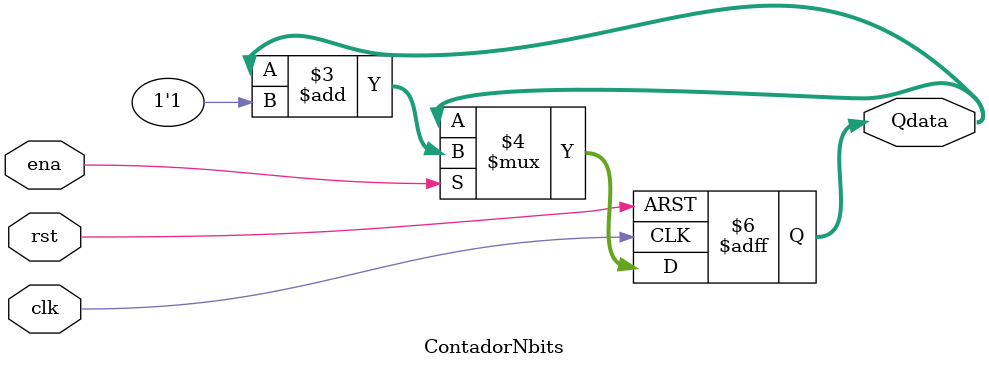
<source format=v>
module ContadorNbits 
#(parameter SIZE=8)
(
	input clk,rst,ena,
	output reg [(SIZE-1):0] Qdata
);

//Secuencial
always@(posedge clk or negedge rst)
begin
	if(!rst)
		Qdata<=0;	
	else
	if(ena)
		Qdata<=Qdata+1'b1;
end
endmodule

</source>
